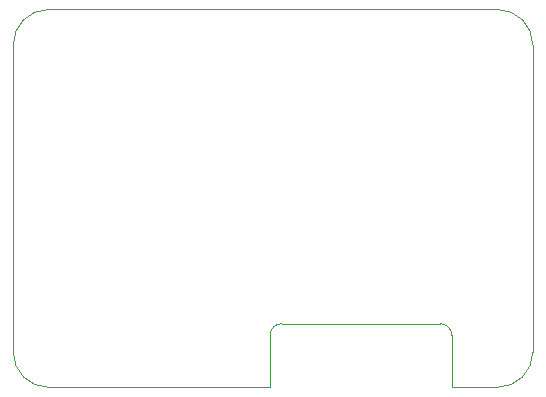
<source format=gm1>
G04*
G04 #@! TF.GenerationSoftware,Altium Limited,Altium Designer,20.1.8 (145)*
G04*
G04 Layer_Color=16711935*
%FSAX44Y44*%
%MOMM*%
G71*
G04*
G04 #@! TF.SameCoordinates,4BD3250C-79EC-4D4E-AA4E-9321392E63C2*
G04*
G04*
G04 #@! TF.FilePolarity,Positive*
G04*
G01*
G75*
%ADD77C,0.0254*%
D77*
X00000000Y00030000D02*
G03*
X00030000Y00000000I00030000J00000000D01*
G01*
X00410000Y00000000D02*
G03*
X00440000Y00030000I00000000J00030000D01*
G01*
X00440000Y00290000D02*
G03*
X00410000Y00320000I-00030000J00000000D01*
G01*
X00030000D02*
G03*
X-00000000Y00290000I00000000J-00030000D01*
G01*
X00227428Y00054000D02*
G03*
X00217428Y00044000I00000000J-00010000D01*
G01*
X00371428D02*
G03*
X00361428Y00054000I-00010000J00000000D01*
G01*
X00440000Y00030000D02*
Y00290000D01*
X00030000Y00320000D02*
X00410000D01*
X00000000Y00030000D02*
Y00290000D01*
X00030000Y00000000D02*
X00217428D01*
X00371428D02*
X00410000D01*
X00217428D02*
Y00044000D01*
X00371428Y00000000D02*
Y00044000D01*
X00227428Y00054000D02*
X00361428D01*
M02*

</source>
